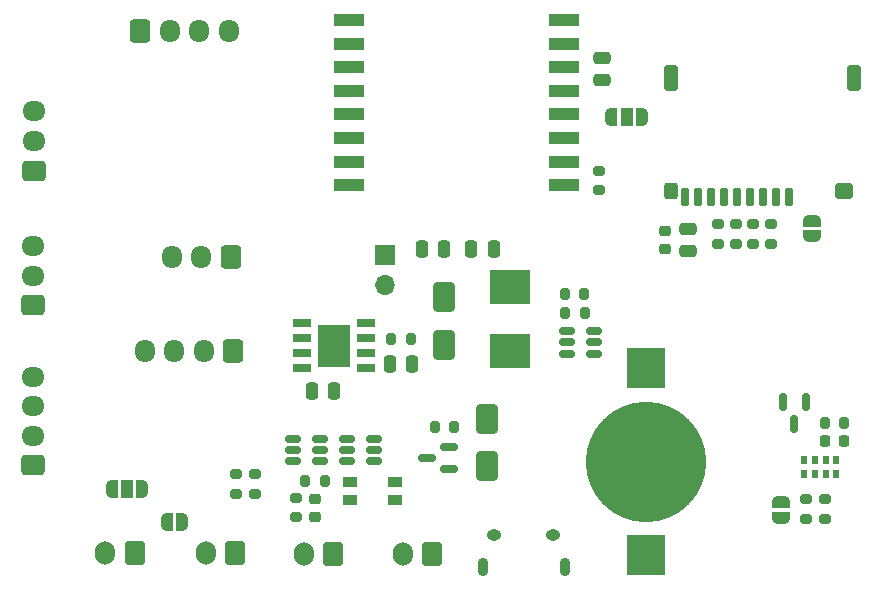
<source format=gbs>
G04 #@! TF.GenerationSoftware,KiCad,Pcbnew,7.0.5-7.0.5~ubuntu20.04.1*
G04 #@! TF.CreationDate,2023-10-16T22:49:33-03:00*
G04 #@! TF.ProjectId,Iguana_V1,49677561-6e61-45f5-9631-2e6b69636164,rev?*
G04 #@! TF.SameCoordinates,Original*
G04 #@! TF.FileFunction,Soldermask,Bot*
G04 #@! TF.FilePolarity,Negative*
%FSLAX46Y46*%
G04 Gerber Fmt 4.6, Leading zero omitted, Abs format (unit mm)*
G04 Created by KiCad (PCBNEW 7.0.5-7.0.5~ubuntu20.04.1) date 2023-10-16 22:49:33*
%MOMM*%
%LPD*%
G01*
G04 APERTURE LIST*
G04 Aperture macros list*
%AMRoundRect*
0 Rectangle with rounded corners*
0 $1 Rounding radius*
0 $2 $3 $4 $5 $6 $7 $8 $9 X,Y pos of 4 corners*
0 Add a 4 corners polygon primitive as box body*
4,1,4,$2,$3,$4,$5,$6,$7,$8,$9,$2,$3,0*
0 Add four circle primitives for the rounded corners*
1,1,$1+$1,$2,$3*
1,1,$1+$1,$4,$5*
1,1,$1+$1,$6,$7*
1,1,$1+$1,$8,$9*
0 Add four rect primitives between the rounded corners*
20,1,$1+$1,$2,$3,$4,$5,0*
20,1,$1+$1,$4,$5,$6,$7,0*
20,1,$1+$1,$6,$7,$8,$9,0*
20,1,$1+$1,$8,$9,$2,$3,0*%
%AMFreePoly0*
4,1,19,0.550000,-0.750000,0.000000,-0.750000,0.000000,-0.744911,-0.071157,-0.744911,-0.207708,-0.704816,-0.327430,-0.627875,-0.420627,-0.520320,-0.479746,-0.390866,-0.500000,-0.250000,-0.500000,0.250000,-0.479746,0.390866,-0.420627,0.520320,-0.327430,0.627875,-0.207708,0.704816,-0.071157,0.744911,0.000000,0.744911,0.000000,0.750000,0.550000,0.750000,0.550000,-0.750000,0.550000,-0.750000,
$1*%
%AMFreePoly1*
4,1,19,0.000000,0.744911,0.071157,0.744911,0.207708,0.704816,0.327430,0.627875,0.420627,0.520320,0.479746,0.390866,0.500000,0.250000,0.500000,-0.250000,0.479746,-0.390866,0.420627,-0.520320,0.327430,-0.627875,0.207708,-0.704816,0.071157,-0.744911,0.000000,-0.744911,0.000000,-0.750000,-0.550000,-0.750000,-0.550000,0.750000,0.000000,0.750000,0.000000,0.744911,0.000000,0.744911,
$1*%
%AMFreePoly2*
4,1,19,0.500000,-0.750000,0.000000,-0.750000,0.000000,-0.744911,-0.071157,-0.744911,-0.207708,-0.704816,-0.327430,-0.627875,-0.420627,-0.520320,-0.479746,-0.390866,-0.500000,-0.250000,-0.500000,0.250000,-0.479746,0.390866,-0.420627,0.520320,-0.327430,0.627875,-0.207708,0.704816,-0.071157,0.744911,0.000000,0.744911,0.000000,0.750000,0.500000,0.750000,0.500000,-0.750000,0.500000,-0.750000,
$1*%
%AMFreePoly3*
4,1,19,0.000000,0.744911,0.071157,0.744911,0.207708,0.704816,0.327430,0.627875,0.420627,0.520320,0.479746,0.390866,0.500000,0.250000,0.500000,-0.250000,0.479746,-0.390866,0.420627,-0.520320,0.327430,-0.627875,0.207708,-0.704816,0.071157,-0.744911,0.000000,-0.744911,0.000000,-0.750000,-0.500000,-0.750000,-0.500000,0.750000,0.000000,0.750000,0.000000,0.744911,0.000000,0.744911,
$1*%
G04 Aperture macros list end*
%ADD10R,1.700000X1.700000*%
%ADD11O,1.700000X1.700000*%
%ADD12O,0.890000X1.550000*%
%ADD13O,1.250000X0.950000*%
%ADD14RoundRect,0.250000X0.600000X0.750000X-0.600000X0.750000X-0.600000X-0.750000X0.600000X-0.750000X0*%
%ADD15O,1.700000X2.000000*%
%ADD16RoundRect,0.250000X-0.600000X-0.725000X0.600000X-0.725000X0.600000X0.725000X-0.600000X0.725000X0*%
%ADD17O,1.700000X1.950000*%
%ADD18RoundRect,0.250000X0.600000X0.725000X-0.600000X0.725000X-0.600000X-0.725000X0.600000X-0.725000X0*%
%ADD19RoundRect,0.250000X0.725000X-0.600000X0.725000X0.600000X-0.725000X0.600000X-0.725000X-0.600000X0*%
%ADD20O,1.950000X1.700000*%
%ADD21RoundRect,0.200000X0.275000X-0.200000X0.275000X0.200000X-0.275000X0.200000X-0.275000X-0.200000X0*%
%ADD22RoundRect,0.200000X0.200000X0.275000X-0.200000X0.275000X-0.200000X-0.275000X0.200000X-0.275000X0*%
%ADD23RoundRect,0.175000X0.175000X0.625000X-0.175000X0.625000X-0.175000X-0.625000X0.175000X-0.625000X0*%
%ADD24RoundRect,0.300000X0.300000X0.800000X-0.300000X0.800000X-0.300000X-0.800000X0.300000X-0.800000X0*%
%ADD25RoundRect,0.300000X0.300000X0.400000X-0.300000X0.400000X-0.300000X-0.400000X0.300000X-0.400000X0*%
%ADD26RoundRect,0.350000X0.450000X0.350000X-0.450000X0.350000X-0.450000X-0.350000X0.450000X-0.350000X0*%
%ADD27RoundRect,0.200000X-0.275000X0.200000X-0.275000X-0.200000X0.275000X-0.200000X0.275000X0.200000X0*%
%ADD28FreePoly0,180.000000*%
%ADD29R,1.000000X1.500000*%
%ADD30FreePoly1,180.000000*%
%ADD31R,1.500000X0.650000*%
%ADD32R,2.700000X3.600000*%
%ADD33RoundRect,0.200000X-0.200000X-0.275000X0.200000X-0.275000X0.200000X0.275000X-0.200000X0.275000X0*%
%ADD34RoundRect,0.225000X-0.225000X-0.250000X0.225000X-0.250000X0.225000X0.250000X-0.225000X0.250000X0*%
%ADD35RoundRect,0.225000X-0.250000X0.225000X-0.250000X-0.225000X0.250000X-0.225000X0.250000X0.225000X0*%
%ADD36FreePoly2,0.000000*%
%ADD37FreePoly3,0.000000*%
%ADD38FreePoly2,270.000000*%
%ADD39FreePoly3,270.000000*%
%ADD40R,2.500000X1.000000*%
%ADD41RoundRect,0.250000X-0.475000X0.250000X-0.475000X-0.250000X0.475000X-0.250000X0.475000X0.250000X0*%
%ADD42RoundRect,0.150000X0.512500X0.150000X-0.512500X0.150000X-0.512500X-0.150000X0.512500X-0.150000X0*%
%ADD43FreePoly0,0.000000*%
%ADD44FreePoly1,0.000000*%
%ADD45RoundRect,0.150000X-0.150000X0.587500X-0.150000X-0.587500X0.150000X-0.587500X0.150000X0.587500X0*%
%ADD46RoundRect,0.250000X0.650000X-1.000000X0.650000X1.000000X-0.650000X1.000000X-0.650000X-1.000000X0*%
%ADD47R,3.300000X3.500000*%
%ADD48C,10.200000*%
%ADD49R,1.250000X0.900000*%
%ADD50RoundRect,0.250000X-0.250000X-0.475000X0.250000X-0.475000X0.250000X0.475000X-0.250000X0.475000X0*%
%ADD51R,0.500000X0.800000*%
%ADD52RoundRect,0.250000X0.250000X0.475000X-0.250000X0.475000X-0.250000X-0.475000X0.250000X-0.475000X0*%
%ADD53RoundRect,0.150000X-0.512500X-0.150000X0.512500X-0.150000X0.512500X0.150000X-0.512500X0.150000X0*%
%ADD54RoundRect,0.250000X-0.650000X1.000000X-0.650000X-1.000000X0.650000X-1.000000X0.650000X1.000000X0*%
%ADD55R,3.500000X2.950000*%
%ADD56RoundRect,0.150000X0.587500X0.150000X-0.587500X0.150000X-0.587500X-0.150000X0.587500X-0.150000X0*%
G04 APERTURE END LIST*
D10*
X112400000Y-51925000D03*
D11*
X112400000Y-54465000D03*
D12*
X120700000Y-78300000D03*
D13*
X121700000Y-75600000D03*
X126700000Y-75600000D03*
D12*
X127700000Y-78300000D03*
D14*
X99750000Y-77125000D03*
D15*
X97250000Y-77125000D03*
D16*
X91700000Y-32900000D03*
D17*
X94200000Y-32900000D03*
X96700000Y-32900000D03*
X99200000Y-32900000D03*
D18*
X99400000Y-52100000D03*
D17*
X96900000Y-52100000D03*
X94400000Y-52100000D03*
D19*
X82725000Y-44750000D03*
D20*
X82725000Y-42250000D03*
X82725000Y-39750000D03*
D19*
X82625000Y-56150000D03*
D20*
X82625000Y-53650000D03*
X82625000Y-51150000D03*
D18*
X99600000Y-60000000D03*
D17*
X97100000Y-60000000D03*
X94600000Y-60000000D03*
X92100000Y-60000000D03*
D14*
X91250000Y-77125000D03*
D15*
X88750000Y-77125000D03*
D14*
X108050000Y-77225000D03*
D15*
X105550000Y-77225000D03*
D14*
X116450000Y-77225000D03*
D15*
X113950000Y-77225000D03*
D19*
X82600000Y-69700000D03*
D20*
X82600000Y-67200000D03*
X82600000Y-64700000D03*
X82600000Y-62200000D03*
D21*
X145120000Y-50965000D03*
X145120000Y-49315000D03*
X143620000Y-50965000D03*
X143620000Y-49315000D03*
D22*
X129325000Y-55200000D03*
X127675000Y-55200000D03*
D23*
X146680000Y-47000000D03*
X145580000Y-47000000D03*
X144480000Y-47000000D03*
X143380000Y-47000000D03*
X142280000Y-47000000D03*
X141180000Y-47000000D03*
X140080000Y-47000000D03*
X138980000Y-47000000D03*
X137880000Y-47000000D03*
D24*
X136680000Y-36900000D03*
D25*
X136680000Y-46500000D03*
D26*
X151280000Y-46500000D03*
D24*
X152180000Y-36900000D03*
D27*
X101400000Y-70475000D03*
X101400000Y-72125000D03*
D22*
X107325000Y-71000000D03*
X105675000Y-71000000D03*
D28*
X91900000Y-71700000D03*
D29*
X90600000Y-71700000D03*
D30*
X89300000Y-71700000D03*
D31*
X110800000Y-57695000D03*
X110800000Y-58965000D03*
X110800000Y-60235000D03*
X110800000Y-61505000D03*
X105400000Y-61505000D03*
X105400000Y-60235000D03*
X105400000Y-58965000D03*
X105400000Y-57695000D03*
D32*
X108100000Y-59600000D03*
D27*
X130600000Y-44775000D03*
X130600000Y-46425000D03*
D33*
X149675000Y-66150000D03*
X151325000Y-66150000D03*
D21*
X149700000Y-74225000D03*
X149700000Y-72575000D03*
D34*
X149725000Y-67650000D03*
X151275000Y-67650000D03*
D35*
X136120000Y-49865000D03*
X136120000Y-51415000D03*
D36*
X93950000Y-74500000D03*
D37*
X95250000Y-74500000D03*
D27*
X99800000Y-70475000D03*
X99800000Y-72125000D03*
D38*
X148620000Y-48990000D03*
D39*
X148620000Y-50290000D03*
D40*
X109400000Y-46000000D03*
X109400000Y-44000000D03*
X109400000Y-42000000D03*
X109400000Y-40000000D03*
X109400000Y-38000000D03*
X109400000Y-36000000D03*
X109400000Y-34000000D03*
X109400000Y-32000000D03*
X127600000Y-32000000D03*
X127600000Y-34000000D03*
X127600000Y-36000000D03*
X127600000Y-38000000D03*
X127600000Y-40000000D03*
X127600000Y-42000000D03*
X127600000Y-44000000D03*
X127600000Y-46000000D03*
D41*
X130800000Y-35200000D03*
X130800000Y-37100000D03*
D35*
X106500000Y-72525000D03*
X106500000Y-74075000D03*
D41*
X138120000Y-49690000D03*
X138120000Y-51590000D03*
D42*
X111500000Y-67450000D03*
X111500000Y-68400000D03*
X111500000Y-69350000D03*
X109225000Y-69350000D03*
X109225000Y-68400000D03*
X109225000Y-67450000D03*
D43*
X131600000Y-40200000D03*
D29*
X132900000Y-40200000D03*
D44*
X134200000Y-40200000D03*
D21*
X104900000Y-74125000D03*
X104900000Y-72475000D03*
X148100000Y-74225000D03*
X148100000Y-72575000D03*
D38*
X146000000Y-72850000D03*
D39*
X146000000Y-74150000D03*
D45*
X146150000Y-64312500D03*
X148050000Y-64312500D03*
X147100000Y-66187500D03*
D46*
X121062500Y-69800000D03*
X121062500Y-65800000D03*
D47*
X134500000Y-77300000D03*
X134500000Y-61500000D03*
D48*
X134500000Y-69400000D03*
D21*
X140620000Y-50965000D03*
X140620000Y-49315000D03*
D49*
X109475000Y-71150000D03*
X113325000Y-71150000D03*
X109475000Y-72650000D03*
X113325000Y-72650000D03*
D50*
X106250000Y-63435000D03*
X108150000Y-63435000D03*
D51*
X147950000Y-69250000D03*
X148850000Y-69250000D03*
X149750000Y-69250000D03*
X150650000Y-69250000D03*
X150650000Y-70450000D03*
X149750000Y-70450000D03*
X148850000Y-70450000D03*
X147950000Y-70450000D03*
D52*
X117450000Y-51400000D03*
X115550000Y-51400000D03*
D50*
X112850000Y-61100000D03*
X114750000Y-61100000D03*
D53*
X127862500Y-60250000D03*
X127862500Y-59300000D03*
X127862500Y-58350000D03*
X130137500Y-58350000D03*
X130137500Y-59300000D03*
X130137500Y-60250000D03*
D52*
X121650000Y-51400000D03*
X119750000Y-51400000D03*
D42*
X106937500Y-67450000D03*
X106937500Y-68400000D03*
X106937500Y-69350000D03*
X104662500Y-69350000D03*
X104662500Y-68400000D03*
X104662500Y-67450000D03*
D21*
X142120000Y-50965000D03*
X142120000Y-49315000D03*
D54*
X117400000Y-55500000D03*
X117400000Y-59500000D03*
D33*
X127700000Y-56800000D03*
X129350000Y-56800000D03*
D55*
X123000000Y-54575000D03*
X123000000Y-60025000D03*
D22*
X114625000Y-59000000D03*
X112975000Y-59000000D03*
X118325000Y-66500000D03*
X116675000Y-66500000D03*
D56*
X117837500Y-68150000D03*
X117837500Y-70050000D03*
X115962500Y-69100000D03*
M02*

</source>
